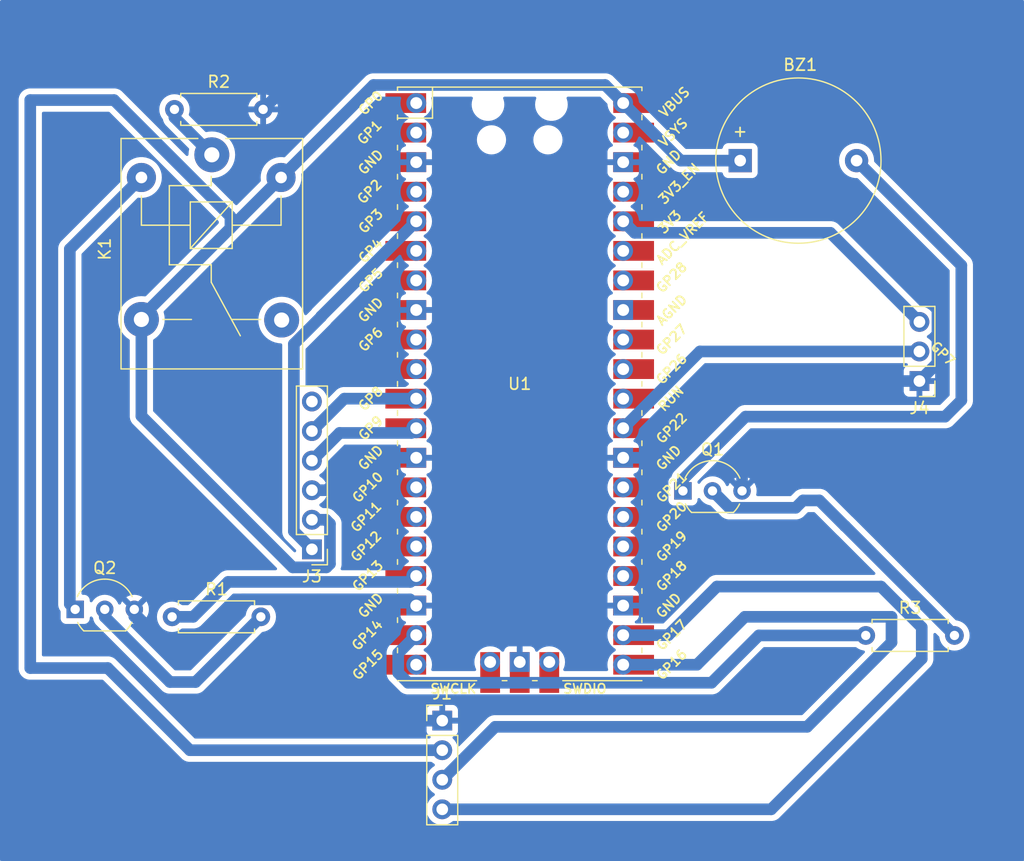
<source format=kicad_pcb>
(kicad_pcb (version 20240108) (generator "pcbnew") (generator_version "8.0")
  (layers (0 "F.Cu" signal) (31 "B.Cu" signal) (34 "B.Paste" user) (35 "F.Paste" user) (36 "B.SilkS" user "B.Silkscreen") (37 "F.SilkS" user "F.Silkscreen") (38 "B.Mask" user) (39 "F.Mask" user) (44 "Edge.Cuts" user))
  (net 0 "")
  (net 1 "+5V")
  (net 2 "Net-(BZ1--)")
  (net 4 "GND")
  (net 5 "+3V3")
  (net 6 "Net-(K1-Pad1)")
  (net 7 "relay")
  (net 9 "Net-(Q1-B)")
  (net 10 "Net-(Q2-B)")
  (net 11 "key")
  (net 12 "RXD")
  (net 13 "gpio 13")
  (net 14 "sensor temp. DQ")
  (net 15 "gpio 14")
  (net 18 "gpio 15")
  (net 19 "TXD")
  (net 20 "I2C0 SCL")
  (net 21 "I2C0 SDA")
  (net 37 "state")
  (footprint "Package_TO_SOT_THT:TO-92_Inline_Wide" (layer "F.Cu") (at 78.46 105.36)
    (property "Reference" "Q2" (at 2.54 -3.56 0) (layer "F.SilkS"))
    (property "Value" "BC337")
    (fp_line (start 0.74 1.85) (end 4.34 1.85) (stroke (width 0.12)) (layer "F.SilkS"))
    (fp_arc (start 0.1836 -1.098807) (mid 1.143021 -2.192817) (end 2.54 -2.6) (stroke (width 0.12)) (layer "F.SilkS"))
    (fp_arc (start 0.74 1.85) (mid 0.446097 1.509328) (end 0.215816 1.122795) (stroke (width 0.12)) (layer "F.SilkS"))
    (fp_arc (start 2.54 -2.6) (mid 3.936979 -2.192818) (end 4.8964 -1.098807) (stroke (width 0.12)) (layer "F.SilkS"))
    (fp_arc (start 4.864184 1.122795) (mid 4.633903 1.509328) (end 4.34 1.85) (stroke (width 0.12)) (layer "F.SilkS"))
    (pad "1" thru_hole rect (at 0 0) (size 1.5 1.5) (drill 0.8) (layers "*.Cu" "*.Mask") (net 7 "relay"))
    (pad "2" thru_hole circle (at 2.54 0) (size 1.5 1.5) (drill 0.8) (layers "*.Cu" "*.Mask") (net 10 "Net-(Q2-B)"))
    (pad "3" thru_hole circle (at 5.08 0) (size 1.5 1.5) (drill 0.8) (layers "*.Cu" "*.Mask") (net 4 "GND"))
  )
  (footprint "Connector_PinHeader_2.54mm:PinHeader_1x04_P2.54mm_Vertical" (layer "F.Cu") (at 110 114.92)
    (property "Reference" "J1" (at 0 -2.33 0) (layer "F.SilkS"))
    (property "Value" "display")
    (fp_line (start -1.33 -1.33) (end 0 -1.33) (stroke (width 0.12)) (layer "F.SilkS"))
    (fp_line (start -1.33 0) (end -1.33 -1.33) (stroke (width 0.12)) (layer "F.SilkS"))
    (fp_line (start -1.33 1.27) (end -1.33 8.95) (stroke (width 0.12)) (layer "F.SilkS"))
    (fp_line (start -1.33 1.27) (end 1.33 1.27) (stroke (width 0.12)) (layer "F.SilkS"))
    (fp_line (start -1.33 8.95) (end 1.33 8.95) (stroke (width 0.12)) (layer "F.SilkS"))
    (fp_line (start 1.33 1.27) (end 1.33 8.95) (stroke (width 0.12)) (layer "F.SilkS"))
    (pad "1" thru_hole rect (at 0 0) (size 1.7 1.7) (drill 1) (layers "*.Cu" "*.Mask") (net 4 "GND"))
    (pad "2" thru_hole oval (at 0 2.54) (size 1.7 1.7) (drill 1) (layers "*.Cu" "*.Mask") (net 1 "+5V"))
    (pad "3" thru_hole oval (at 0 5.08) (size 1.7 1.7) (drill 1) (layers "*.Cu" "*.Mask") (net 21 "I2C0 SDA"))
    (pad "4" thru_hole oval (at 0 7.62) (size 1.7 1.7) (drill 1) (layers "*.Cu" "*.Mask") (net 20 "I2C0 SCL"))
  )
  (footprint "Connector_PinHeader_2.54mm:PinHeader_1x06_P2.54mm_Vertical" (layer "F.Cu") (at 98.8 100.2 180)
    (property "Reference" "J3" (at 0 -2.33 0) (layer "F.SilkS"))
    (property "Value" "hc-05 bluetooth")
    (fp_line (start 1.33 1.27) (end 1.33 14.03) (stroke (width 0.12)) (layer "F.SilkS"))
    (fp_line (start -1.33 14.03) (end 1.33 14.03) (stroke (width 0.12)) (layer "F.SilkS"))
    (fp_line (start -1.33 1.27) (end 1.33 1.27) (stroke (width 0.12)) (layer "F.SilkS"))
    (fp_line (start -1.33 1.27) (end -1.33 14.03) (stroke (width 0.12)) (layer "F.SilkS"))
    (fp_line (start -1.33 0) (end -1.33 -1.33) (stroke (width 0.12)) (layer "F.SilkS"))
    (fp_line (start -1.33 -1.33) (end 0 -1.33) (stroke (width 0.12)) (layer "F.SilkS"))
    (pad "1" thru_hole rect (at 0 0 180) (size 1.7 1.7) (drill 1) (layers "*.Cu" "*.Mask") (net 11 "key"))
    (pad "2" thru_hole oval (at 0 2.54 180) (size 1.7 1.7) (drill 1) (layers "*.Cu" "*.Mask") (net 1 "+5V"))
    (pad "3" thru_hole oval (at 0 5.08 180) (size 1.7 1.7) (drill 1) (layers "*.Cu" "*.Mask") (net 4 "GND"))
    (pad "4" thru_hole oval (at 0 7.62 180) (size 1.7 1.7) (drill 1) (layers "*.Cu" "*.Mask") (net 19 "TXD"))
    (pad "5" thru_hole oval (at 0 10.16 180) (size 1.7 1.7) (drill 1) (layers "*.Cu" "*.Mask") (net 12 "RXD"))
    (pad "6" thru_hole oval (at 0 12.7 180) (size 1.7 1.7) (drill 1) (layers "*.Cu" "*.Mask") (net 37 "state"))
  )
  (footprint "MCU_RaspberryPi_and_Boards:RPi_Pico_SMD_TH" (layer "F.Cu") (at 116.655 85.985)
    (property "Reference" "U1" (at 0 0 0) (layer "F.SilkS"))
    (property "Value" "Pico")
    (fp_line (start -10.5 -25.5) (end -10.5 -25.2) (stroke (width 0.12)) (layer "F.SilkS"))
    (fp_line (start -10.5 -25.5) (end 10.5 -25.5) (stroke (width 0.12)) (layer "F.SilkS"))
    (fp_line (start -10.5 -23.1) (end -10.5 -22.7) (stroke (width 0.12)) (layer "F.SilkS"))
    (fp_line (start -10.5 -22.833) (end -7.493 -22.833) (stroke (width 0.12)) (layer "F.SilkS"))
    (fp_line (start -10.5 -20.5) (end -10.5 -20.1) (stroke (width 0.12)) (layer "F.SilkS"))
    (fp_line (start -10.5 -18) (end -10.5 -17.6) (stroke (width 0.12)) (layer "F.SilkS"))
    (fp_line (start -10.5 -15.4) (end -10.5 -15) (stroke (width 0.12)) (layer "F.SilkS"))
    (fp_line (start -10.5 -12.9) (end -10.5 -12.5) (stroke (width 0.12)) (layer "F.SilkS"))
    (fp_line (start -10.5 -10.4) (end -10.5 -10) (stroke (width 0.12)) (layer "F.SilkS"))
    (fp_line (start -10.5 -7.8) (end -10.5 -7.4) (stroke (width 0.12)) (layer "F.SilkS"))
    (fp_line (start -10.5 -5.3) (end -10.5 -4.9) (stroke (width 0.12)) (layer "F.SilkS"))
    (fp_line (start -10.5 -2.7) (end -10.5 -2.3) (stroke (width 0.12)) (layer "F.SilkS"))
    (fp_line (start -10.5 -0.2) (end -10.5 0.2) (stroke (width 0.12)) (layer "F.SilkS"))
    (fp_line (start -10.5 2.3) (end -10.5 2.7) (stroke (width 0.12)) (layer "F.SilkS"))
    (fp_line (start -10.5 4.9) (end -10.5 5.3) (stroke (width 0.12)) (layer "F.SilkS"))
    (fp_line (start -10.5 7.4) (end -10.5 7.8) (stroke (width 0.12)) (layer "F.SilkS"))
    (fp_line (start -10.5 10) (end -10.5 10.4) (stroke (width 0.12)) (layer "F.SilkS"))
    (fp_line (start -10.5 12.5) (end -10.5 12.9) (stroke (width 0.12)) (layer "F.SilkS"))
    (fp_line (start -10.5 15.1) (end -10.5 15.5) (stroke (width 0.12)) (layer "F.SilkS"))
    (fp_line (start -10.5 17.6) (end -10.5 18) (stroke (width 0.12)) (layer "F.SilkS"))
    (fp_line (start -10.5 20.1) (end -10.5 20.5) (stroke (width 0.12)) (layer "F.SilkS"))
    (fp_line (start -10.5 22.7) (end -10.5 23.1) (stroke (width 0.12)) (layer "F.SilkS"))
    (fp_line (start -7.493 -22.833) (end -7.493 -25.5) (stroke (width 0.12)) (layer "F.SilkS"))
    (fp_line (start -3.7 25.5) (end -10.5 25.5) (stroke (width 0.12)) (layer "F.SilkS"))
    (fp_line (start -1.5 25.5) (end -1.1 25.5) (stroke (width 0.12)) (layer "F.SilkS"))
    (fp_line (start 1.1 25.5) (end 1.5 25.5) (stroke (width 0.12)) (layer "F.SilkS"))
    (fp_line (start 10.5 -25.5) (end 10.5 -25.2) (stroke (width 0.12)) (layer "F.SilkS"))
    (fp_line (start 10.5 -23.1) (end 10.5 -22.7) (stroke (width 0.12)) (layer "F.SilkS"))
    (fp_line (start 10.5 -20.5) (end 10.5 -20.1) (stroke (width 0.12)) (layer "F.SilkS"))
    (fp_line (start 10.5 -18) (end 10.5 -17.6) (stroke (width 0.12)) (layer "F.SilkS"))
    (fp_line (start 10.5 -15.4) (end 10.5 -15) (stroke (width 0.12)) (layer "F.SilkS"))
    (fp_line (start 10.5 -12.9) (end 10.5 -12.5) (stroke (width 0.12)) (layer "F.SilkS"))
    (fp_line (start 10.5 -10.4) (end 10.5 -10) (stroke (width 0.12)) (layer "F.SilkS"))
    (fp_line (start 10.5 -7.8) (end 10.5 -7.4) (stroke (width 0.12)) (layer "F.SilkS"))
    (fp_line (start 10.5 -5.3) (end 10.5 -4.9) (stroke (width 0.12)) (layer "F.SilkS"))
    (fp_line (start 10.5 -2.7) (end 10.5 -2.3) (stroke (width 0.12)) (layer "F.SilkS"))
    (fp_line (start 10.5 -0.2) (end 10.5 0.2) (stroke (width 0.12)) (layer "F.SilkS"))
    (fp_line (start 10.5 2.3) (end 10.5 2.7) (stroke (width 0.12)) (layer "F.SilkS"))
    (fp_line (start 10.5 4.9) (end 10.5 5.3) (stroke (width 0.12)) (layer "F.SilkS"))
    (fp_line (start 10.5 7.4) (end 10.5 7.8) (stroke (width 0.12)) (layer "F.SilkS"))
    (fp_line (start 10.5 10) (end 10.5 10.4) (stroke (width 0.12)) (layer "F.SilkS"))
    (fp_line (start 10.5 12.5) (end 10.5 12.9) (stroke (width 0.12)) (layer "F.SilkS"))
    (fp_line (start 10.5 15.1) (end 10.5 15.5) (stroke (width 0.12)) (layer "F.SilkS"))
    (fp_line (start 10.5 17.6) (end 10.5 18) (stroke (width 0.12)) (layer "F.SilkS"))
    (fp_line (start 10.5 20.1) (end 10.5 20.5) (stroke (width 0.12)) (layer "F.SilkS"))
    (fp_line (start 10.5 22.7) (end 10.5 23.1) (stroke (width 0.12)) (layer "F.SilkS"))
    (fp_line (start 10.5 25.5) (end 3.7 25.5) (stroke (width 0.12)) (layer "F.SilkS"))
    (fp_text user "GND" (at 12.8 19.05 45) (layer "F.SilkS") (effects (font (size 0.8 0.8))))
    (fp_text user "GP10" (at -13.054 8.89 45) (layer "F.SilkS") (effects (font (size 0.8 0.8))))
    (fp_text user "GP13" (at -13.054 16.51 45) (layer "F.SilkS") (effects (font (size 0.8 0.8))))
    (fp_text user "3V3_EN" (at 13.7 -17.2 45) (layer "F.SilkS") (effects (font (size 0.8 0.8))))
    (fp_text user "GP0" (at -12.8 -24.13 45) (layer "F.SilkS") (effects (font (size 0.8 0.8))))
    (fp_text user "GP26" (at 13.054 -1.27 45) (layer "F.SilkS") (effects (font (size 0.8 0.8))))
    (fp_text user "GP4" (at -12.8 -11.43 45) (layer "F.SilkS") (effects (font (size 0.8 0.8))))
    (fp_text user "GP16" (at 13.054 24.13 45) (layer "F.SilkS") (effects (font (size 0.8 0.8))))
    (fp_text user "GND" (at -12.8 -19.05 45) (layer "F.SilkS") (effects (font (size 0.8 0.8))))
    (fp_text user "GND" (at -12.8 -6.35 45) (layer "F.SilkS") (effects (font (size 0.8 0.8))))
    (fp_text user "GP3" (at -12.8 -13.97 45) (layer "F.SilkS") (effects (font (size 0.8 0.8))))
    (fp_text user "GP21" (at 13.054 8.9 45) (layer "F.SilkS") (effects (font (size 0.8 0.8))))
    (fp_text user "GP7" (at 36.355 -2.6 135) (layer "F.SilkS") (effects (font (size 0.8 0.8))))
    (fp_text user "RUN" (at 13 1.27 45) (layer "F.SilkS") (effects (font (size 0.8 0.8))))
    (fp_text user "ADC_VREF" (at 14 -12.5 45) (layer "F.SilkS") (effects (font (size 0.8 0.8))))
    (fp_text user "GP5" (at -12.8 -8.89 45) (layer "F.SilkS") (effects (font (size 0.8 0.8))))
    (fp_text user "GP9" (at -12.8 3.81 45) (layer "F.SilkS") (effects (font (size 0.8 0.8))))
    (fp_text user "GP15" (at -13.054 24.13 45) (layer "F.SilkS") (effects (font (size 0.8 0.8))))
    (fp_text user "GP18" (at 13.054 16.51 45) (layer "F.SilkS") (effects (font (size 0.8 0.8))))
    (fp_text user "GP12" (at -13.2 13.97 45) (layer "F.SilkS") (effects (font (size 0.8 0.8))))
    (fp_text user "GND" (at -12.8 6.35 45) (layer "F.SilkS") (effects (font (size 0.8 0.8))))
    (fp_text user "VSYS" (at 13.2 -21.59 45) (layer "F.SilkS") (effects (font (size 0.8 0.8))))
    (fp_text user "GP28" (at 13.054 -9.144 45) (layer "F.SilkS") (effects (font (size 0.8 0.8))))
    (fp_text user "GP2" (at -12.9 -16.51 45) (layer "F.SilkS") (effects (font (size 0.8 0.8))))
    (fp_text user "AGND" (at 13.054 -6.35 45) (layer "F.SilkS") (effects (font (size 0.8 0.8))))
    (fp_text user "GP8" (at -12.8 1.27 45) (layer "F.SilkS") (effects (font (size 0.8 0.8))))
    (fp_text user "GP22" (at 13.054 3.81 45) (layer "F.SilkS") (effects (font (size 0.8 0.8))))
    (fp_text user "GP6" (at -12.8 -3.81 45) (layer "F.SilkS") (effects (font (size 0.8 0.8))))
    (fp_text user "GND" (at 12.8 6.35 45) (layer "F.SilkS") (effects (font (size 0.8 0.8))))
    (fp_text user "SWDIO" (at 5.6 26.2 0) (layer "F.SilkS") (effects (font (size 0.8 0.8))))
    (fp_text user "GP19" (at 13.054 13.97 45) (layer "F.SilkS") (effects (font (size 0.8 0.8))))
    (fp_text user "GP27" (at 13.054 -3.8 45) (layer "F.SilkS") (effects (font (size 0.8 0.8))))
    (fp_text user "GP20" (at 13.054 11.43 45) (layer "F.SilkS") (effects (font (size 0.8 0.8))))
    (fp_text user "GP17" (at 13.054 21.59 45) (layer "F.SilkS") (effects (font (size 0.8 0.8))))
    (fp_text user "GP11" (at -13.2 11.43 45) (layer "F.SilkS") (effects (font (size 0.8 0.8))))
    (fp_text user "VBUS" (at 13.3 -24.2 45) (layer "F.SilkS") (effects (font (size 0.8 0.8))))
    (fp_text user "GND" (at 12.8 -19.05 45) (layer "F.SilkS") (effects (font (size 0.8 0.8))))
    (fp_text user "GND" (at -12.8 19.05 45) (layer "F.SilkS") (effects (font (size 0.8 0.8))))
    (fp_text user "GP1" (at -12.9 -21.6 45) (layer "F.SilkS") (effects (font (size 0.8 0.8))))
    (fp_text user "SWCLK" (at -5.7 26.2 0) (layer "F.SilkS") (effects (font (size 0.8 0.8))))
    (fp_text user "GP14" (at -13.1 21.59 45) (layer "F.SilkS") (effects (font (size 0.8 0.8))))
    (fp_text user "3V3" (at 12.9 -13.9 45) (layer "F.SilkS") (effects (font (size 0.8 0.8))))
    (pad "" np_thru_hole oval (at -2.725 -24) (size 1.8 1.8) (drill 1.8) (layers "*.Cu" "*.Mask"))
    (pad "" np_thru_hole oval (at -2.425 -20.97) (size 1.5 1.5) (drill 1.5) (layers "*.Cu" "*.Mask"))
    (pad "" np_thru_hole oval (at 2.425 -20.97) (size 1.5 1.5) (drill 1.5) (layers "*.Cu" "*.Mask"))
    (pad "" np_thru_hole oval (at 2.725 -24) (size 1.8 1.8) (drill 1.8) (layers "*.Cu" "*.Mask"))
    (pad "1" thru_hole oval (at -8.89 -24.13) (size 1.7 1.7) (drill 1.02) (layers "*.Cu" "*.Mask"))
    (pad "1" smd rect (at -8.89 -24.13) (size 3.5 1.7) (drill (offset -0.9 0)) (layers "F.Cu" "F.Mask"))
    (pad "2" thru_hole oval (at -8.89 -21.59) (size 1.7 1.7) (drill 1.02) (layers "*.Cu" "*.Mask"))
    (pad "2" smd rect (at -8.89 -21.59) (size 3.5 1.7) (drill (offset -0.9 0)) (layers "F.Cu" "F.Mask"))
    (pad "3" thru_hole rect (at -8.89 -19.05) (size 1.7 1.7) (drill 1.02) (layers "*.Cu" "*.Mask") (net 4 "GND"))
    (pad "3" smd rect (at -8.89 -19.05) (size 3.5 1.7) (drill (offset -0.9 0)) (layers "F.Cu" "F.Mask") (net 4 "GND"))
    (pad "4" thru_hole oval (at -8.89 -16.51) (size 1.7 1.7) (drill 1.02) (layers "*.Cu" "*.Mask"))
    (pad "4" smd rect (at -8.89 -16.51) (size 3.5 1.7) (drill (offset -0.9 0)) (layers "F.Cu" "F.Mask"))
    (pad "5" thru_hole oval (at -8.89 -13.97) (size 1.7 1.7) (drill 1.02) (layers "*.Cu" "*.Mask") (net 11 "key"))
    (pad "5" smd rect (at -8.89 -13.97) (size 3.5 1.7) (drill (offset -0.9 0)) (layers "F.Cu" "F.Mask") (net 11 "key"))
    (pad "6" thru_hole oval (at -8.89 -11.43) (size 1.7 1.7) (drill 1.02) (layers "*.Cu" "*.Mask"))
    (pad "6" smd rect (at -8.89 -11.43) (size 3.5 1.7) (drill (offset -0.9 0)) (layers "F.Cu" "F.Mask"))
    (pad "7" thru_hole oval (at -8.89 -8.89) (size 1.7 1.7) (drill 1.02) (layers "*.Cu" "*.Mask"))
    (pad "7" smd rect (at -8.89 -8.89) (size 3.5 1.7) (drill (offset -0.9 0)) (layers "F.Cu" "F.Mask"))
    (pad "8" thru_hole rect (at -8.89 -6.35) (size 1.7 1.7) (drill 1.02) (layers "*.Cu" "*.Mask") (net 4 "GND"))
    (pad "8" smd rect (at -8.89 -6.35) (size 3.5 1.7) (drill (offset -0.9 0)) (layers "F.Cu" "F.Mask") (net 4 "GND"))
    (pad "9" thru_hole oval (at -8.89 -3.81) (size 1.7 1.7) (drill 1.02) (layers "*.Cu" "*.Mask"))
    (pad "9" smd rect (at -8.89 -3.81) (size 3.5 1.7) (drill (offset -0.9 0)) (layers "F.Cu" "F.Mask"))
    (pad "10" thru_hole oval (at -8.89 -1.27) (size 1.7 1.7) (drill 1.02) (layers "*.Cu" "*.Mask"))
    (pad "10" smd rect (at -8.89 -1.27) (size 3.5 1.7) (drill (offset -0.9 0)) (layers "F.Cu" "F.Mask"))
    (pad "11" thru_hole oval (at -8.89 1.27) (size 1.7 1.7) (drill 1.02) (layers "*.Cu" "*.Mask") (net 12 "RXD"))
    (pad "11" smd rect (at -8.89 1.27) (size 3.5 1.7) (drill (offset -0.9 0)) (layers "F.Cu" "F.Mask") (net 12 "RXD"))
    (pad "12" thru_hole oval (at -8.89 3.81) (size 1.7 1.7) (drill 1.02) (layers "*.Cu" "*.Mask") (net 19 "TXD"))
    (pad "12" smd rect (at -8.89 3.81) (size 3.5 1.7) (drill (offset -0.9 0)) (layers "F.Cu" "F.Mask") (net 19 "TXD"))
    (pad "13" thru_hole rect (at -8.89 6.35) (size 1.7 1.7) (drill 1.02) (layers "*.Cu" "*.Mask") (net 4 "GND"))
    (pad "13" smd rect (at -8.89 6.35) (size 3.5 1.7) (drill (offset -0.9 0)) (layers "F.Cu" "F.Mask") (net 4 "GND"))
    (pad "14" thru_hole oval (at -8.89 8.89) (size 1.7 1.7) (drill 1.02) (layers "*.Cu" "*.Mask"))
    (pad "14" smd rect (at -8.89 8.89) (size 3.5 1.7) (drill (offset -0.9 0)) (layers "F.Cu" "F.Mask"))
    (pad "15" thru_hole oval (at -8.89 11.43) (size 1.7 1.7) (drill 1.02) (layers "*.Cu" "*.Mask"))
    (pad "15" smd rect (at -8.89 11.43) (size 3.5 1.7) (drill (offset -0.9 0)) (layers "F.Cu" "F.Mask"))
    (pad "16" thru_hole oval (at -8.89 13.97) (size 1.7 1.7) (drill 1.02) (layers "*.Cu" "*.Mask"))
    (pad "16" smd rect (at -8.89 13.97) (size 3.5 1.7) (drill (offset -0.9 0)) (layers "F.Cu" "F.Mask"))
    (pad "17" thru_hole oval (at -8.89 16.51) (size 1.7 1.7) (drill 1.02) (layers "*.Cu" "*.Mask") (net 13 "gpio 13"))
    (pad "17" smd rect (at -8.89 16.51) (size 3.5 1.7) (drill (offset -0.9 0)) (layers "F.Cu" "F.Mask") (net 13 "gpio 13"))
    (pad "18" thru_hole rect (at -8.89 19.05) (size 1.7 1.7) (drill 1.02) (layers "*.Cu" "*.Mask") (net 4 "GND"))
    (pad "18" smd rect (at -8.89 19.05) (size 3.5 1.7) (drill (offset -0.9 0)) (layers "F.Cu" "F.Mask") (net 4 "GND"))
    (pad "19" thru_hole oval (at -8.89 21.59) (size 1.7 1.7) (drill 1.02) (layers "*.Cu" "*.Mask") (net 15 "gpio 14"))
    (pad "19" smd rect (at -8.89 21.59) (size 3.5 1.7) (drill (offset -0.9 0)) (layers "F.Cu" "F.Mask") (net 15 "gpio 14"))
    (pad "20" thru_hole oval (at -8.89 24.13) (size 1.7 1.7) (drill 1.02) (layers "*.Cu" "*.Mask") (net 18 "gpio 15"))
    (pad "20" smd rect (at -8.89 24.13) (size 3.5 1.7) (drill (offset -0.9 0)) (layers "F.Cu" "F.Mask") (net 18 "gpio 15"))
    (pad "21" thru_hole oval (at 8.89 24.13) (size 1.7 1.7) (drill 1.02) (layers "*.Cu" "*.Mask") (net 21 "I2C0 SDA"))
    (pad "21" smd rect (at 8.89 24.13) (size 3.5 1.7) (drill (offset 0.9 0)) (layers "F.Cu" "F.Mask") (net 21 "I2C0 SDA"))
    (pad "22" thru_hole oval (at 8.89 21.59) (size 1.7 1.7) (drill 1.02) (layers "*.Cu" "*.Mask") (net 20 "I2C0 SCL"))
    (pad "22" smd rect (at 8.89 21.59) (size 3.5 1.7) (drill (offset 0.9 0)) (layers "F.Cu" "F.Mask") (net 20 "I2C0 SCL"))
    (pad "23" thru_hole rect (at 8.89 19.05) (size 1.7 1.7) (drill 1.02) (layers "*.Cu" "*.Mask") (net 4 "GND"))
    (pad "23" smd rect (at 8.89 19.05) (size 3.5 1.7) (drill (offset 0.9 0)) (layers "F.Cu" "F.Mask") (net 4 "GND"))
    (pad "24" thru_hole oval (at 8.89 16.51) (size 1.7 1.7) (drill 1.02) (layers "*.Cu" "*.Mask"))
    (pad "24" smd rect (at 8.89 16.51) (size 3.5 1.7) (drill (offset 0.9 0)) (layers "F.Cu" "F.Mask"))
    (pad "25" thru_hole oval (at 8.89 13.97) (size 1.7 1.7) (drill 1.02) (layers "*.Cu" "*.Mask"))
    (pad "25" smd rect (at 8.89 13.97) (size 3.5 1.7) (drill (offset 0.9 0)) (layers "F.Cu" "F.Mask"))
    (pad "26" thru_hole oval (at 8.89 11.43) (size 1.7 1.7) (drill 1.02) (layers "*.Cu" "*.Mask"))
    (pad "26" smd rect (at 8.89 11.43) (size 3.5 1.7) (drill (offset 0.9 0)) (layers "F.Cu" "F.Mask"))
    (pad "27" thru_hole oval (at 8.89 8.89) (size 1.7 1.7) (drill 1.02) (layers "*.Cu" "*.Mask"))
    (pad "27" smd rect (at 8.89 8.89) (size 3.5 1.7) (drill (offset 0.9 0)) (layers "F.Cu" "F.Mask"))
    (pad "28" thru_hole rect (at 8.89 6.35) (size 1.7 1.7) (drill 1.02) (layers "*.Cu" "*.Mask") (net 4 "GND"))
    (pad "28" smd rect (at 8.89 6.35) (size 3.5 1.7) (drill (offset 0.9 0)) (layers "F.Cu" "F.Mask") (net 4 "GND"))
    (pad "29" thru_hole oval (at 8.89 3.81) (size 1.7 1.7) (drill 1.02) (layers "*.Cu" "*.Mask") (net 14 "sensor temp. DQ"))
    (pad "29" smd rect (at 8.89 3.81) (size 3.5 1.7) (drill (offset 0.9 0)) (layers "F.Cu" "F.Mask") (net 14 "sensor temp. DQ"))
    (pad "30" thru_hole oval (at 8.89 1.27) (size 1.7 1.7) (drill 1.02) (layers "*.Cu" "*.Mask"))
    (pad "30" smd rect (at 8.89 1.27) (size 3.5 1.7) (drill (offset 0.9 0)) (layers "F.Cu" "F.Mask"))
    (pad "31" thru_hole oval (at 8.89 -1.27) (size 1.7 1.7) (drill 1.02) (layers "*.Cu" "*.Mask"))
    (pad "31" smd rect (at 8.89 -1.27) (size 3.5 1.7) (drill (offset 0.9 0)) (layers "F.Cu" "F.Mask"))
    (pad "32" thru_hole oval (at 8.89 -3.81) (size 1.7 1.7) (drill 1.02) (layers "*.Cu" "*.Mask"))
    (pad "32" smd rect (at 8.89 -3.81) (size 3.5 1.7) (drill (offset 0.9 0)) (layers "F.Cu" "F.Mask"))
    (pad "33" thru_hole rect (at 8.89 -6.35) (size 1.7 1.7) (drill 1.02) (layers "*.Cu" "*.Mask"))
    (pad "33" smd rect (at 8.89 -6.35) (size 3.5 1.7) (drill (offset 0.9 0)) (layers "F.Cu" "F.Mask"))
    (pad "34" thru_hole oval (at 8.89 -8.89) (size 1.7 1.7) (drill 1.02) (layers "*.Cu" "*.Mask"))
    (pad "34" smd rect (at 8.89 -8.89) (size 3.5 1.7) (drill (offset 0.9 0)) (layers "F.Cu" "F.Mask"))
    (pad "35" thru_hole oval (at 8.89 -11.43) (size 1.7 1.7) (drill 1.02) (layers "*.Cu" "*.Mask"))
    (pad "35" smd rect (at 8.89 -11.43) (size 3.5 1.7) (drill (offset 0.9 0)) (layers "F.Cu" "F.Mask"))
    (pad "36" thru_hole oval (at 8.89 -13.97) (size 1.7 1.7) (drill 1.02) (layers "*.Cu" "*.Mask") (net 5 "+3V3"))
    (pad "36" smd rect (at 8.89 -13.97) (size 3.5 1.7) (drill (offset 0.9 0)) (layers "F.Cu" "F.Mask") (net 5 "+3V3"))
    (pad "37" thru_hole oval (at 8.89 -16.51) (size 1.7 1.7) (drill 1.02) (layers "*.Cu" "*.Mask"))
    (pad "37" smd rect (at 8.89 -16.51) (size 3.5 1.7) (drill (offset 0.9 0)) (layers "F.Cu" "F.Mask"))
    (pad "38" thru_hole rect (at 8.89 -19.05) (size 1.7 1.7) (drill 1.02) (layers "*.Cu" "*.Mask") (net 4 "GND"))
    (pad "38" smd rect (at 8.89 -19.05) (size 3.5 1.7) (drill (offset 0.9 0)) (layers "F.Cu" "F.Mask") (net 4 "GND"))
    (pad "39" thru_hole oval (at 8.89 -21.59) (size 1.7 1.7) (drill 1.02) (layers "*.Cu" "*.Mask"))
    (pad "39" smd rect (at 8.89 -21.59) (size 3.5 1.7) (drill (offset 0.9 0)) (layers "F.Cu" "F.Mask"))
    (pad "40" thru_hole oval (at 8.89 -24.13) (size 1.7 1.7) (drill 1.02) (layers "*.Cu" "*.Mask") (net 1 "+5V"))
    (pad "40" smd rect (at 8.89 -24.13) (size 3.5 1.7) (drill (offset 0.9 0)) (layers "F.Cu" "F.Mask") (net 1 "+5V"))
    (pad "41" thru_hole oval (at -2.54 23.9) (size 1.7 1.7) (drill 1.02) (layers "*.Cu" "*.Mask"))
    (pad "41" smd rect (at -2.54 23.9 90) (size 3.5 1.7) (drill (offset -0.9 0)) (layers "F.Cu" "F.Mask"))
    (pad "42" thru_hole rect (at 0 23.9) (size 1.7 1.7) (drill 1.02) (layers "*.Cu" "*.Mask") (net 4 "GND"))
    (pad "42" smd rect (at 0 23.9 90) (size 3.5 1.7) (drill (offset -0.9 0)) (layers "F.Cu" "F.Mask") (net 4 "GND"))
    (pad "43" thru_hole oval (at 2.54 23.9) (size 1.7 1.7) (drill 1.02) (layers "*.Cu" "*.Mask"))
    (pad "43" smd rect (at 2.54 23.9 90) (size 3.5 1.7) (drill (offset -0.9 0)) (layers "F.Cu" "F.Mask"))
  )
  (footprint "Connector_PinHeader_2.54mm:PinHeader_1x03_P2.54mm_Vertical" (layer "F.Cu") (at 151 85.74 180)
    (property "Reference" "J4" (at 0 -2.33 0) (layer "F.SilkS"))
    (property "Value" "Conn_01x03_Pin")
    (fp_line (start 1.33 1.27) (end 1.33 6.41) (stroke (width 0.12)) (layer "F.SilkS"))
    (fp_line (start -1.33 6.41) (end 1.33 6.41) (stroke (width 0.12)) (layer "F.SilkS"))
    (fp_line (start -1.33 1.27) (end 1.33 1.27) (stroke (width 0.12)) (layer "F.SilkS"))
    (fp_line (start -1.33 1.27) (end -1.33 6.41) (stroke (width 0.12)) (layer "F.SilkS"))
    (fp_line (start -1.33 0) (end -1.33 -1.33) (stroke (width 0.12)) (layer "F.SilkS"))
    (fp_line (start -1.33 -1.33) (end 0 -1.33) (stroke (width 0.12)) (layer "F.SilkS"))
    (pad "1" thru_hole rect (at 0 0 180) (size 1.7 1.7) (drill 1) (layers "*.Cu" "*.Mask") (net 4 "GND"))
    (pad "2" thru_hole oval (at 0 2.54 180) (size 1.7 1.7) (drill 1) (layers "*.Cu" "*.Mask") (net 14 "sensor temp. DQ"))
    (pad "3" thru_hole oval (at 0 5.08 180) (size 1.7 1.7) (drill 1) (layers "*.Cu" "*.Mask") (net 5 "+3V3"))
  )
  (footprint "Resistor_THT:R_Axial_DIN0207_L6.3mm_D2.5mm_P7.62mm_Horizontal" (layer "F.Cu") (at 86.79 106)
    (property "Reference" "R1" (at 3.81 -2.37 0) (layer "F.SilkS"))
    (property "Value" "R")
    (fp_line (start 0.54 -1.37) (end 7.08 -1.37) (stroke (width 0.12)) (layer "F.SilkS"))
    (fp_line (start 0.54 -1.04) (end 0.54 -1.37) (stroke (width 0.12)) (layer "F.SilkS"))
    (fp_line (start 0.54 1.04) (end 0.54 1.37) (stroke (width 0.12)) (layer "F.SilkS"))
    (fp_line (start 0.54 1.37) (end 7.08 1.37) (stroke (width 0.12)) (layer "F.SilkS"))
    (fp_line (start 7.08 -1.37) (end 7.08 -1.04) (stroke (width 0.12)) (layer "F.SilkS"))
    (fp_line (start 7.08 1.37) (end 7.08 1.04) (stroke (width 0.12)) (layer "F.SilkS"))
    (pad "1" thru_hole circle (at 0 0) (size 1.6 1.6) (drill 0.8) (layers "*.Cu" "*.Mask") (net 13 "gpio 13"))
    (pad "2" thru_hole oval (at 7.62 0) (size 1.6 1.6) (drill 0.8) (layers "*.Cu" "*.Mask") (net 10 "Net-(Q2-B)"))
  )
  (footprint "Relay_THT:Relay_SPDT_SANYOU_SRD_Series_Form_C" (layer "F.Cu") (at 90.2 66.3 -90)
    (property "Reference" "K1" (at 8.1 9.2 90) (layer "F.SilkS"))
    (property "Value" "SANYOU_SRD_Form_C")
    (fp_line (start 18.4 7.8) (end -1.4 7.8) (stroke (width 0.12)) (layer "F.SilkS"))
    (fp_line (start 3.55 6.05) (end 6.05 6.05) (stroke (width 0.12)) (layer "F.SilkS"))
    (fp_line (start 14.15 4.2) (end 14.15 1.75) (stroke (width 0.12)) (layer "F.SilkS"))
    (fp_line (start 9.45 3.65) (end 2.65 3.65) (stroke (width 0.12)) (layer "F.SilkS"))
    (fp_line (start 4.05 1.85) (end 4.05 -1.75) (stroke (width 0.12)) (layer "F.SilkS"))
    (fp_line (start 6.05 1.85) (end 6.05 6.05) (stroke (width 0.12)) (layer "F.SilkS"))
    (fp_line (start 8.05 1.85) (end 4.05 1.85) (stroke (width 0.12)) (layer "F.SilkS"))
    (fp_line (start 8.05 1.85) (end 4.05 -1.75) (stroke (width 0.12)) (layer "F.SilkS"))
    (fp_line (start -1.4 1.2) (end -1.4 7.8) (stroke (width 0.12)) (layer "F.SilkS"))
    (fp_line (start 2.65 0.05) (end 2.65 3.65) (stroke (width 0.12)) (layer "F.SilkS"))
    (fp_line (start 2.65 0.05) (end 1.85 0.05) (stroke (width 0.12)) (layer "F.SilkS"))
    (fp_line (start 9.45 0.05) (end 9.45 3.65) (stroke (width 0.12)) (layer "F.SilkS"))
    (fp_line (start 9.45 0.05) (end 10.95 0.05) (stroke (width 0.12)) (layer "F.SilkS"))
    (fp_line (start 10.95 0.05) (end 15.55 -2.45) (stroke (width 0.12)) (layer "F.SilkS"))
    (fp_line (start 4.05 -1.75) (end 8.05 -1.75) (stroke (width 0.12)) (layer "F.SilkS"))
    (fp_line (start 8.05 -1.75) (end 8.05 1.85) (stroke (width 0.12)) (layer "F.SilkS"))
    (fp_line (start 14.15 -4.2) (end 14.15 -1.7) (stroke (width 0.12)) (layer "F.SilkS"))
    (fp_line (start 6.05 -5.95) (end 6.05 -1.75) (stroke (width 0.12)) (layer "F.SilkS"))
    (fp_line (start 6.05 -5.95) (end 3.55 -5.95) (stroke (width 0.12)) (layer "F.SilkS"))
    (fp_line (start -1.4 -7.8) (end -1.4 -1.2) (stroke (width 0.12)) (layer "F.SilkS"))
    (fp_line (start -1.4 -7.8) (end 18.4 -7.8) (stroke (width 0.12)) (layer "F.SilkS"))
    (fp_line (start 18.4 -7.8) (end 18.4 7.8) (stroke (width 0.12)) (layer "F.SilkS"))
    (pad "1" thru_hole circle (at 0 0) (size 3 3) (drill 1.3) (layers "*.Cu" "*.Mask") (net 6 "Net-(K1-Pad1)"))
    (pad "2" thru_hole circle (at 1.95 6.05) (size 2.5 2.5) (drill 1) (layers "*.Cu" "*.Mask") (net 7 "relay"))
    (pad "3" thru_hole circle (at 14.15 6.05) (size 3 3) (drill 1.3) (layers "*.Cu" "*.Mask") (net 1 "+5V"))
    (pad "4" thru_hole circle (at 14.2 -6) (size 3 3) (drill 1.3) (layers "*.Cu" "*.Mask"))
    (pad "5" thru_hole circle (at 1.95 -5.95) (size 2.5 2.5) (drill 1) (layers "*.Cu" "*.Mask") (net 1 "+5V"))
  )
  (footprint "Buzzer_Beeper:Buzzer_D14mm_H7mm_P10mm" (layer "F.Cu") (at 135.6 66.8)
    (property "Reference" "BZ1" (at 5.16 -8.23 0) (layer "F.SilkS"))
    (property "Value" "Buzzer")
    (fp_circle (center 5 0) (end 12.1 0) (stroke (width 0.12)) (fill none) (layer "F.SilkS"))
    (fp_text user "+" (at -0.01 -2.54 0) (layer "F.SilkS"))
    (pad "1" thru_hole rect (at 0 0) (size 2 2) (drill 1) (layers "*.Cu" "*.Mask") (net 1 "+5V"))
    (pad "2" thru_hole circle (at 10 0) (size 2 2) (drill 1) (layers "*.Cu" "*.Mask") (net 2 "Net-(BZ1--)"))
  )
  (footprint "Package_TO_SOT_THT:TO-92_Inline_Wide" (layer "F.Cu") (at 130.68 95.18)
    (property "Reference" "Q1" (at 2.54 -3.56 0) (layer "F.SilkS"))
    (property "Value" "BC337")
    (fp_line (start 0.74 1.85) (end 4.34 1.85) (stroke (width 0.12)) (layer "F.SilkS"))
    (fp_arc (start 0.1836 -1.098807) (mid 1.143021 -2.192817) (end 2.54 -2.6) (stroke (width 0.12)) (layer "F.SilkS"))
    (fp_arc (start 0.74 1.85) (mid 0.446097 1.509328) (end 0.215816 1.122795) (stroke (width 0.12)) (layer "F.SilkS"))
    (fp_arc (start 2.54 -2.6) (mid 3.936979 -2.192818) (end 4.8964 -1.098807) (stroke (width 0.12)) (layer "F.SilkS"))
    (fp_arc (start 4.864184 1.122795) (mid 4.633903 1.509328) (end 4.34 1.85) (stroke (width 0.12)) (layer "F.SilkS"))
    (pad "1" thru_hole rect (at 0 0) (size 1.5 1.5) (drill 0.8) (layers "*.Cu" "*.Mask") (net 2 "Net-(BZ1--)"))
    (pad "2" thru_hole circle (at 2.54 0) (size 1.5 1.5) (drill 0.8) (layers "*.Cu" "*.Mask") (net 9 "Net-(Q1-B)"))
    (pad "3" thru_hole circle (at 5.08 0) (size 1.5 1.5) (drill 0.8) (layers "*.Cu" "*.Mask") (net 4 "GND"))
  )
  (footprint "Resistor_THT:R_Axial_DIN0207_L6.3mm_D2.5mm_P7.62mm_Horizontal" (layer "F.Cu") (at 146.39 107.6)
    (property "Reference" "R3" (at 3.81 -2.37 0) (layer "F.SilkS"))
    (property "Value" "R")
    (fp_line (start 0.54 -1.37) (end 7.08 -1.37) (stroke (width 0.12)) (layer "F.SilkS"))
    (fp_line (start 0.54 -1.04) (end 0.54 -1.37) (stroke (width 0.12)) (layer "F.SilkS"))
    (fp_line (start 0.54 1.04) (end 0.54 1.37) (stroke (width 0.12)) (layer "F.SilkS"))
    (fp_line (start 0.54 1.37) (end 7.08 1.37) (stroke (width 0.12)) (layer "F.SilkS"))
    (fp_line (start 7.08 -1.37) (end 7.08 -1.04) (stroke (width 0.12)) (layer "F.SilkS"))
    (fp_line (start 7.08 1.37) (end 7.08 1.04) (stroke (width 0.12)) (layer "F.SilkS"))
    (pad "1" thru_hole circle (at 0 0) (size 1.6 1.6) (drill 0.8) (layers "*.Cu" "*.Mask") (net 15 "gpio 14"))
    (pad "2" thru_hole oval (at 7.62 0) (size 1.6 1.6) (drill 0.8) (layers "*.Cu" "*.Mask") (net 9 "Net-(Q1-B)"))
  )
  (footprint "Resistor_THT:R_Axial_DIN0207_L6.3mm_D2.5mm_P7.62mm_Horizontal" (layer "F.Cu") (at 86.99 62.4)
    (property "Reference" "R2" (at 3.81 -2.37 0) (layer "F.SilkS"))
    (property "Value" "R")
    (fp_line (start 0.54 -1.37) (end 7.08 -1.37) (stroke (width 0.12)) (layer "F.SilkS"))
    (fp_line (start 0.54 -1.04) (end 0.54 -1.37) (stroke (width 0.12)) (layer "F.SilkS"))
    (fp_line (start 0.54 1.04) (end 0.54 1.37) (stroke (width 0.12)) (layer "F.SilkS"))
    (fp_line (start 0.54 1.37) (end 7.08 1.37) (stroke (width 0.12)) (layer "F.SilkS"))
    (fp_line (start 7.08 -1.37) (end 7.08 -1.04) (stroke (width 0.12)) (layer "F.SilkS"))
    (fp_line (start 7.08 1.37) (end 7.08 1.04) (stroke (width 0.12)) (layer "F.SilkS"))
    (pad "1" thru_hole circle (at 0 0) (size 1.6 1.6) (drill 0.8) (layers "*.Cu" "*.Mask") (net 6 "Net-(K1-Pad1)"))
    (pad "2" thru_hole oval (at 7.62 0) (size 1.6 1.6) (drill 0.8) (layers "*.Cu" "*.Mask") (net 4 "GND"))
  )
  (segment (start 125.545 61.855) (end 123.995 60.305) (width 1) (layer "B.Cu") (net 1))
  (segment (start 96.15 68.25) (end 91.8 72.6) (width 1) (layer "B.Cu") (net 1))
  (segment (start 74.6 61.6) (end 81.8 61.6) (width 1) (layer "B.Cu") (net 1))
  (segment (start 110 117.46) (end 88.315 117.46) (width 1) (layer "B.Cu") (net 1))
  (segment (start 100.05 101.75) (end 97.15 101.75) (width 1) (layer "B.Cu") (net 1))
  (segment (start 88.315 117.46) (end 81.255 110.4) (width 1) (layer "B.Cu") (net 1))
  (segment (start 100.35 101.45) (end 100.05 101.75) (width 1) (layer "B.Cu") (net 1))
  (segment (start 84.15 80.25) (end 84.15 80.45) (width 1) (layer "B.Cu") (net 1))
  (segment (start 104.095 60.305) (end 96.15 68.25) (width 1) (layer "B.Cu") (net 1))
  (segment (start 130.49 66.8) (end 125.545 61.855) (width 1) (layer "B.Cu") (net 1))
  (segment (start 91.8 72.6) (end 84.15 80.25) (width 1) (layer "B.Cu") (net 1))
  (segment (start 91.8 71.6) (end 91.8 72.6) (width 1) (layer "B.Cu") (net 1))
  (segment (start 98.8 97.66) (end 100.002081 97.66) (width 1) (layer "B.Cu") (net 1))
  (segment (start 74.6 110.4) (end 74.6 61.6) (width 1) (layer "B.Cu") (net 1))
  (segment (start 84.15 88.75) (end 84.15 80.45) (width 1) (layer "B.Cu") (net 1))
  (segment (start 97.15 101.75) (end 84.15 88.75) (width 1) (layer "B.Cu") (net 1))
  (segment (start 100.35 98.007919) (end 100.35 101.45) (width 1) (layer "B.Cu") (net 1))
  (segment (start 123.995 60.305) (end 104.095 60.305) (width 1) (layer "B.Cu") (net 1))
  (segment (start 100.002081 97.66) (end 100.35 98.007919) (width 1) (layer "B.Cu") (net 1))
  (segment (start 81.255 110.4) (end 74.6 110.4) (width 1) (layer "B.Cu") (net 1))
  (segment (start 81.8 61.6) (end 91.8 71.6) (width 1) (layer "B.Cu") (net 1))
  (segment (start 135.6 66.8) (end 130.49 66.8) (width 1) (layer "B.Cu") (net 1))
  (segment (start 136.06 88.8) (end 130.68 94.18) (width 1) (layer "B.Cu") (net 2))
  (segment (start 145.6 66.8) (end 154.6 75.8) (width 1) (layer "B.Cu") (net 2))
  (segment (start 154.6 75.8) (end 154.6 87.4) (width 1) (layer "B.Cu") (net 2))
  (segment (start 130.68 94.18) (end 130.68 95.18) (width 1) (layer "B.Cu") (net 2))
  (segment (start 153.2 88.8) (end 136.06 88.8) (width 1) (layer "B.Cu") (net 2))
  (segment (start 154.6 87.4) (end 153.2 88.8) (width 1) (layer "B.Cu") (net 2))
  (segment (start 135.4 58) (end 139.6 62.2) (width 1) (layer "B.Cu") (net 4))
  (segment (start 145.2 62.2) (end 157.6 74.6) (width 1) (layer "B.Cu") (net 4))
  (segment (start 87.49 109.9) (end 83.54 105.95) (width 1) (layer "B.Cu") (net 4))
  (segment (start 139.6 62.2) (end 145.2 62.2) (width 1) (layer "B.Cu") (net 4))
  (segment (start 128.265 92.335) (end 125.545 92.335) (width 1) (layer "B.Cu") (net 4))
  (segment (start 87.5 109.9) (end 87.49 109.9) (width 1) (layer "B.Cu") (net 4))
  (segment (start 157.6 92.2) (end 136.2 92.2) (width 1) (layer "B.Cu") (net 4))
  (segment (start 152.55 84.19) (end 151 85.74) (width 1) (layer "B.Cu") (net 4))
  (segment (start 83.54 105.95) (end 83.54 105.36) (width 1) (layer "B.Cu") (net 4))
  (segment (start 92.9 104.5) (end 87.5 109.9) (width 1) (layer "B.Cu") (net 4))
  (segment (start 152.55 77.95) (end 152.55 84.19) (width 1) (layer "B.Cu") (net 4))
  (segment (start 99.01 58) (end 135.4 58) (width 1) (layer "B.Cu") (net 4))
  (segment (start 99.4 109.8) (end 99.4 104.5) (width 1) (layer "B.Cu") (net 4))
  (segment (start 140.4 65.8) (end 152.55 77.95) (width 1) (layer "B.Cu") (net 4))
  (segment (start 136.2 92.2) (end 135.76 92.64) (width 1) (layer "B.Cu") (net 4))
  (segment (start 151 85.74) (end 134.86 85.74) (width 1) (layer "B.Cu") (net 4))
  (segment (start 157.6 74.6) (end 157.6 92.2) (width 1) (layer "B.Cu") (net 4))
  (segment (start 99.4 104.5) (end 107.23 104.5) (width 1) (layer "B.Cu") (net 4))
  (segment (start 139.6 62.2) (end 140.4 63) (width 1) (layer "B.Cu") (net 4))
  (segment (start 100.08 95.12) (end 102.865 92.335) (width 1) (layer "B.Cu") (net 4))
  (segment (start 94.61 62.4) (end 99.01 58) (width 1) (layer "B.Cu") (net 4))
  (segment (start 134.86 85.74) (end 128.265 92.335) (width 1) (layer "B.Cu") (net 4))
  (segment (start 102.865 92.335) (end 107.765 92.335) (width 1) (layer "B.Cu") (net 4))
  (segment (start 98.8 95.12) (end 100.08 95.12) (width 1) (layer "B.Cu") (net 4))
  (segment (start 99.4 104.5) (end 92.9 104.5) (width 1) (layer "B.Cu") (net 4))
  (segment (start 110 114.92) (end 104.52 114.92) (width 1) (layer "B.Cu") (net 4))
  (segment (start 104.52 114.92) (end 99.4 109.8) (width 1) (layer "B.Cu") (net 4))
  (segment (start 140.4 63) (end 140.4 65.8) (width 1) (layer "B.Cu") (net 4))
  (segment (start 135.76 92.64) (end 135.76 95.18) (width 1) (layer "B.Cu") (net 4))
  (segment (start 107.765 105.035) (end 107.23 104.5) (width 1) (layer "B.Cu") (net 4))
  (segment (start 126.535 73.005) (end 125.545 72.015) (width 1) (layer "B.Cu") (net 5))
  (segment (start 151 80.66) (end 143.345 73.005) (width 1) (layer "B.Cu") (net 5))
  (segment (start 143.345 73.005) (end 126.535 73.005) (width 1) (layer "B.Cu") (net 5))
  (segment (start 86.99 63.09) (end 90.2 66.3) (width 1) (layer "B.Cu") (net 6))
  (segment (start 86.99 62.4) (end 86.99 63.09) (width 1) (layer "B.Cu") (net 6))
  (segment (start 84.15 68.25) (end 78 74.4) (width 1) (layer "B.Cu") (net 7))
  (segment (start 78 104.9) (end 78.46 105.36) (width 1) (layer "B.Cu") (net 7))
  (segment (start 78 74.4) (end 78 104.9) (width 1) (layer "B.Cu") (net 7))
  (segment (start 144.6 98.2) (end 142.4 96) (width 1) (layer "B.Cu") (net 9))
  (segment (start 141 96) (end 140.37 96.63) (width 1) (layer "B.Cu") (net 9))
  (segment (start 140.37 96.63) (end 134.67 96.63) (width 1) (layer "B.Cu") (net 9))
  (segment (start 144.61 98.2) (end 144.6 98.2) (width 1) (layer "B.Cu") (net 9))
  (segment (start 142.4 96) (end 141 96) (width 1) (layer "B.Cu") (net 9))
  (segment (start 154.01 107.6) (end 144.61 98.2) (width 1) (layer "B.Cu") (net 9))
  (segment (start 134.67 96.63) (end 133.22 95.18) (width 1) (layer "B.Cu") (net 9))
  (segment (start 88.81 111.6) (end 86.6 111.6) (width 1) (layer "B.Cu") (net 10))
  (segment (start 86.6 111.6) (end 81 106) (width 1) (layer "B.Cu") (net 10))
  (segment (start 81 106) (end 81 105.36) (width 1) (layer "B.Cu") (net 10))
  (segment (start 94.41 106) (end 88.81 111.6) (width 1) (layer "B.Cu") (net 10))
  (segment (start 97.25 82.56127) (end 99.6 80.21127) (width 1) (layer "B.Cu") (net 11))
  (segment (start 99.6 80.21127) (end 99.6 80.18) (width 1) (layer "B.Cu") (net 11))
  (segment (start 97.25 98.65) (end 97.25 82.56127) (width 1) (layer "B.Cu") (net 11))
  (segment (start 98.8 100.2) (end 97.25 98.65) (width 1) (layer "B.Cu") (net 11))
  (segment (start 99.6 80.18) (end 107.765 72.015) (width 1) (layer "B.Cu") (net 11))
  (segment (start 98.8 90.04) (end 101.585 87.255) (width 1) (layer "B.Cu") (net 12))
  (segment (start 101.585 87.255) (end 107.765 87.255) (width 1) (layer "B.Cu") (net 12))
  (segment (start 107.26 103) (end 107.765 102.495) (width 1) (layer "B.Cu") (net 13))
  (segment (start 91.6 103) (end 107.26 103) (width 1) (layer "B.Cu") (net 13))
  (segment (start 86.79 106) (end 88.6 106) (width 1) (layer "B.Cu") (net 13))
  (segment (start 88.6 106) (end 91.6 103) (width 1) (layer "B.Cu") (net 13))
  (segment (start 132.14 83.2) (end 125.545 89.795) (width 1) (layer "B.Cu") (net 14))
  (segment (start 151 83.2) (end 132.14 83.2) (width 1) (layer "B.Cu") (net 14))
  (segment (start 137.2 107.6) (end 146.39 107.6) (width 1) (layer "B.Cu") (net 15))
  (segment (start 107.065 111.665) (end 133.135 111.665) (width 1) (layer "B.Cu") (net 15))
  (segment (start 107.765 107.575) (end 106.215 109.125) (width 1) (layer "B.Cu") (net 15))
  (segment (start 133.135 111.665) (end 137.2 107.6) (width 1) (layer "B.Cu") (net 15))
  (segment (start 106.215 109.125) (end 106.215 110.815) (width 1) (layer "B.Cu") (net 15))
  (segment (start 106.215 110.815) (end 107.065 111.665) (width 1) (layer "B.Cu") (net 15))
  (segment (start 101.18 90.2) (end 107.36 90.2) (width 1) (layer "B.Cu") (net 19))
  (segment (start 98.8 92.58) (end 101.18 90.2) (width 1) (layer "B.Cu") (net 19))
  (segment (start 107.36 90.2) (end 107.765 89.795) (width 1) (layer "B.Cu") (net 19))
  (segment (start 138.26 122.54) (end 110 122.54) (width 1) (layer "B.Cu") (net 20))
  (segment (start 133.6 103.4) (end 147.697056 103.4) (width 1) (layer "B.Cu") (net 20))
  (segment (start 151.2 109.6) (end 138.26 122.54) (width 1) (layer "B.Cu") (net 20))
  (segment (start 129.425 107.575) (end 133.6 103.4) (width 1) (layer "B.Cu") (net 20))
  (segment (start 125.545 107.575) (end 129.425 107.575) (width 1) (layer "B.Cu") (net 20))
  (segment (start 147.697056 103.4) (end 151.2 106.902944) (width 1) (layer "B.Cu") (net 20))
  (segment (start 151.2 106.902944) (end 151.2 109.6) (width 1) (layer "B.Cu") (net 20))
  (segment (start 114.55 115.45) (end 110 120) (width 1) (layer "B.Cu") (net 21))
  (segment (start 131.885 110.115) (end 136 106) (width 1) (layer "B.Cu") (net 21))
  (segment (start 148.6 108.2) (end 141.35 115.45) (width 1) (layer "B.Cu") (net 21))
  (segment (start 125.545 110.115) (end 131.885 110.115) (width 1) (layer "B.Cu") (net 21))
  (segment (start 148.6 106) (end 148.6 108.2) (width 1) (layer "B.Cu") (net 21))
  (segment (start 136 106) (end 148.6 106) (width 1) (layer "B.Cu") (net 21))
  (segment (start 141.35 115.45) (end 114.55 115.45) (width 1) (layer "B.Cu") (net 21))
  (zone (net 4) (net_name "GND") (layer "B.Cu") (connect_pads (clearance 0.5)) (min_thickness 0.25) (fill yes (thermal_gap 0.5) (thermal_bridge_width 0.5))
    (polygon (pts (xy 72 53) (xy 72 127) (xy 160 127) (xy 160 53)))
  )
)
</source>
